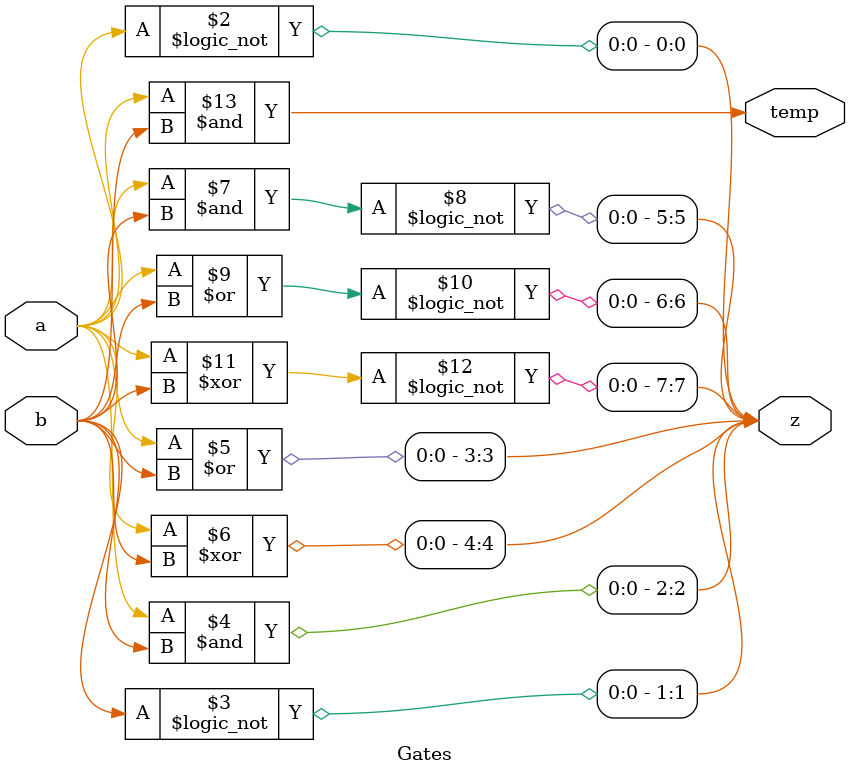
<source format=v>
module Gates(

	input a,b,
	output reg [7:0] z,
	output temp

);

always @(*)
begin
	z[0] = !a;
	z[1] = !b;
	z[2] = a&b;
	z[3] = a|b;
	z[4] = a^b;
	z[5] = !(a&b);
	z[6] = !(a|b);
	z[7] = !(a^b);
	
end

assign temp = a&b;


endmodule

</source>
